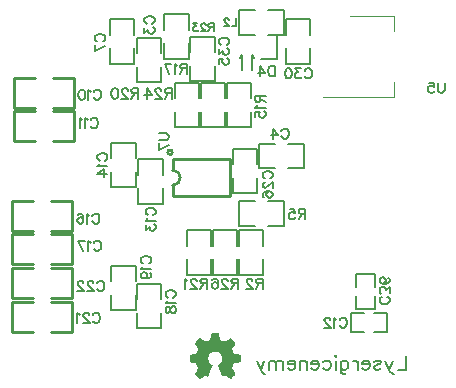
<source format=gbo>
G04 Layer: BottomSilkLayer*
G04 EasyEDA v5.9.41, Mon, 04 Feb 2019 09:10:30 GMT*
G04 f7da754788ad4d128d84d1fb51d08027*
G04 Gerber Generator version 0.2*
G04 Scale: 100 percent, Rotated: No, Reflected: No *
G04 Dimensions in millimeters *
G04 leading zeros omitted , absolute positions ,3 integer and 3 decimal *
%FSLAX33Y33*%
%MOMM*%
G90*
G71D02*

%ADD10C,0.200000*%
%ADD42C,0.127000*%
%ADD43C,0.199898*%
%ADD45C,0.254000*%
%ADD46C,0.119990*%
%ADD47C,0.150012*%
%ADD48C,0.210007*%

%LPD*%

%LPD*%
G36*
G01X19661Y4250D02*
G01X19670Y4209D01*
G01X19683Y4140D01*
G01X19700Y4052D01*
G01X19719Y3955D01*
G01X19764Y3718D01*
G01X19938Y3644D01*
G01X20009Y3615D01*
G01X20072Y3592D01*
G01X20122Y3576D01*
G01X20151Y3570D01*
G01X20184Y3582D01*
G01X20245Y3615D01*
G01X20324Y3663D01*
G01X20414Y3723D01*
G01X20502Y3782D01*
G01X20577Y3830D01*
G01X20632Y3863D01*
G01X20658Y3875D01*
G01X20683Y3858D01*
G01X20734Y3814D01*
G01X20801Y3751D01*
G01X20875Y3678D01*
G01X20948Y3604D01*
G01X21011Y3537D01*
G01X21055Y3486D01*
G01X21072Y3461D01*
G01X21060Y3435D01*
G01X21027Y3380D01*
G01X20979Y3304D01*
G01X20920Y3215D01*
G01X20860Y3125D01*
G01X20812Y3047D01*
G01X20779Y2991D01*
G01X20767Y2963D01*
G01X20775Y2936D01*
G01X20794Y2885D01*
G01X20822Y2819D01*
G01X20855Y2746D01*
G01X20888Y2675D01*
G01X20918Y2613D01*
G01X20941Y2570D01*
G01X20953Y2554D01*
G01X20976Y2551D01*
G01X21027Y2542D01*
G01X21097Y2530D01*
G01X21179Y2515D01*
G01X21263Y2500D01*
G01X21342Y2485D01*
G01X21406Y2473D01*
G01X21447Y2464D01*
G01X21479Y2451D01*
G01X21496Y2412D01*
G01X21503Y2320D01*
G01X21504Y2149D01*
G01X21502Y1989D01*
G01X21496Y1896D01*
G01X21483Y1850D01*
G01X21459Y1833D01*
G01X21424Y1825D01*
G01X21359Y1812D01*
G01X21276Y1796D01*
G01X21182Y1779D01*
G01X20948Y1737D01*
G01X20861Y1518D01*
G01X20773Y1299D01*
G01X20923Y1077D01*
G01X20981Y989D01*
G01X21028Y914D01*
G01X21060Y859D01*
G01X21072Y834D01*
G01X21055Y808D01*
G01X21011Y757D01*
G01X20947Y691D01*
G01X20874Y617D01*
G01X20799Y544D01*
G01X20732Y481D01*
G01X20681Y437D01*
G01X20655Y421D01*
G01X20630Y432D01*
G01X20577Y463D01*
G01X20505Y509D01*
G01X20420Y565D01*
G01X20208Y710D01*
G01X20091Y653D01*
G01X20045Y631D01*
G01X20006Y615D01*
G01X19979Y605D01*
G01X19968Y604D01*
G01X19963Y615D01*
G01X19950Y644D01*
G01X19931Y690D01*
G01X19905Y750D01*
G01X19875Y822D01*
G01X19841Y904D01*
G01X19803Y995D01*
G01X19763Y1091D01*
G01X19563Y1572D01*
G01X19624Y1612D01*
G01X19676Y1648D01*
G01X19723Y1685D01*
G01X19764Y1722D01*
G01X19800Y1761D01*
G01X19832Y1800D01*
G01X19859Y1842D01*
G01X19881Y1885D01*
G01X19899Y1930D01*
G01X19912Y1977D01*
G01X19921Y2028D01*
G01X19927Y2081D01*
G01X19928Y2137D01*
G01X19925Y2200D01*
G01X19917Y2260D01*
G01X19903Y2318D01*
G01X19884Y2373D01*
G01X19861Y2425D01*
G01X19833Y2474D01*
G01X19800Y2520D01*
G01X19764Y2561D01*
G01X19724Y2599D01*
G01X19680Y2632D01*
G01X19632Y2661D01*
G01X19582Y2686D01*
G01X19528Y2705D01*
G01X19472Y2719D01*
G01X19414Y2728D01*
G01X19353Y2731D01*
G01X19289Y2729D01*
G01X19228Y2721D01*
G01X19170Y2707D01*
G01X19115Y2688D01*
G01X19063Y2664D01*
G01X19014Y2636D01*
G01X18969Y2603D01*
G01X18927Y2565D01*
G01X18890Y2524D01*
G01X18857Y2479D01*
G01X18829Y2430D01*
G01X18805Y2377D01*
G01X18786Y2322D01*
G01X18772Y2263D01*
G01X18763Y2202D01*
G01X18761Y2138D01*
G01X18762Y2082D01*
G01X18768Y2028D01*
G01X18778Y1978D01*
G01X18791Y1930D01*
G01X18809Y1885D01*
G01X18831Y1842D01*
G01X18858Y1801D01*
G01X18889Y1761D01*
G01X18925Y1722D01*
G01X18967Y1685D01*
G01X19013Y1648D01*
G01X19065Y1612D01*
G01X19126Y1572D01*
G01X18927Y1092D01*
G01X18887Y995D01*
G01X18850Y904D01*
G01X18815Y822D01*
G01X18785Y750D01*
G01X18760Y690D01*
G01X18741Y644D01*
G01X18728Y615D01*
G01X18722Y604D01*
G01X18711Y605D01*
G01X18683Y615D01*
G01X18645Y631D01*
G01X18599Y653D01*
G01X18482Y710D01*
G01X18269Y565D01*
G01X18185Y509D01*
G01X18112Y463D01*
G01X18059Y432D01*
G01X18033Y421D01*
G01X18007Y437D01*
G01X17957Y481D01*
G01X17890Y544D01*
G01X17815Y617D01*
G01X17742Y692D01*
G01X17679Y758D01*
G01X17634Y809D01*
G01X17618Y835D01*
G01X17629Y860D01*
G01X17661Y914D01*
G01X17709Y989D01*
G01X17767Y1077D01*
G01X17916Y1299D01*
G01X17829Y1518D01*
G01X17741Y1737D01*
G01X17508Y1779D01*
G01X17414Y1796D01*
G01X17330Y1812D01*
G01X17266Y1825D01*
G01X17230Y1833D01*
G01X17207Y1850D01*
G01X17193Y1896D01*
G01X17187Y1989D01*
G01X17186Y2149D01*
G01X17187Y2320D01*
G01X17194Y2412D01*
G01X17211Y2451D01*
G01X17243Y2464D01*
G01X17284Y2473D01*
G01X17348Y2485D01*
G01X17426Y2500D01*
G01X17511Y2515D01*
G01X17592Y2530D01*
G01X17663Y2542D01*
G01X17714Y2551D01*
G01X17736Y2554D01*
G01X17748Y2570D01*
G01X17772Y2613D01*
G01X17802Y2675D01*
G01X17835Y2746D01*
G01X17867Y2819D01*
G01X17895Y2885D01*
G01X17915Y2936D01*
G01X17922Y2963D01*
G01X17910Y2991D01*
G01X17878Y3047D01*
G01X17829Y3125D01*
G01X17770Y3215D01*
G01X17711Y3304D01*
G01X17662Y3381D01*
G01X17630Y3436D01*
G01X17618Y3462D01*
G01X17634Y3487D01*
G01X17679Y3538D01*
G01X17742Y3604D01*
G01X17815Y3678D01*
G01X17890Y3751D01*
G01X17957Y3814D01*
G01X18007Y3858D01*
G01X18033Y3875D01*
G01X18058Y3863D01*
G01X18113Y3830D01*
G01X18188Y3782D01*
G01X18276Y3723D01*
G01X18366Y3663D01*
G01X18445Y3615D01*
G01X18505Y3582D01*
G01X18538Y3570D01*
G01X18567Y3576D01*
G01X18617Y3592D01*
G01X18681Y3615D01*
G01X18752Y3644D01*
G01X18926Y3718D01*
G01X18971Y3955D01*
G01X18989Y4052D01*
G01X19006Y4140D01*
G01X19020Y4209D01*
G01X19028Y4250D01*
G01X19042Y4282D01*
G01X19081Y4299D01*
G01X19173Y4306D01*
G01X19345Y4307D01*
G01X19517Y4306D01*
G01X19609Y4299D01*
G01X19648Y4282D01*
G01X19661Y4250D01*
G37*

%LPD*%
G54D43*
G01X24555Y29502D02*
G01X24546Y29540D01*
G01X24546Y27470D01*
G01X23228Y27470D01*
G01X12489Y28432D02*
G01X12489Y27111D01*
G01X10419Y27111D01*
G01X10419Y28432D01*
G01X12489Y29563D02*
G01X12489Y30883D01*
G01X10419Y30883D01*
G01X10419Y29563D01*
G01X14762Y26855D02*
G01X14762Y25534D01*
G01X12692Y25534D01*
G01X12692Y26855D01*
G01X14762Y27985D02*
G01X14762Y29306D01*
G01X12692Y29306D01*
G01X12692Y27985D01*
G54D45*
G01X3949Y12931D02*
G01X2171Y12931D01*
G01X2171Y15471D01*
G01X3949Y15471D01*
G01X5473Y15471D02*
G01X7251Y15471D01*
G01X7251Y12931D01*
G01X5473Y12931D01*
G01X4074Y23332D02*
G01X2296Y23332D01*
G01X2296Y25872D01*
G01X4074Y25872D01*
G01X5598Y25872D02*
G01X7376Y25872D01*
G01X7376Y23332D01*
G01X5598Y23332D01*
G01X4079Y20548D02*
G01X2301Y20548D01*
G01X2301Y23088D01*
G01X4079Y23088D01*
G01X5603Y23088D02*
G01X7381Y23088D01*
G01X7381Y20548D01*
G01X5603Y20548D01*
G01X3952Y10134D02*
G01X2174Y10134D01*
G01X2174Y12674D01*
G01X3952Y12674D01*
G01X5476Y12674D02*
G01X7254Y12674D01*
G01X7254Y10134D01*
G01X5476Y10134D01*
G01X3949Y7216D02*
G01X2171Y7216D01*
G01X2171Y9756D01*
G01X3949Y9756D01*
G01X5473Y9756D02*
G01X7251Y9756D01*
G01X7251Y7216D01*
G01X5473Y7216D01*
G01X3952Y4419D02*
G01X2174Y4419D01*
G01X2174Y6959D01*
G01X3952Y6959D01*
G01X5476Y6959D02*
G01X7254Y6959D01*
G01X7254Y4419D01*
G01X5476Y4419D01*
G54D43*
G01X12608Y17960D02*
G01X12608Y16642D01*
G01X10538Y16642D01*
G01X10538Y17960D01*
G01X12608Y19093D02*
G01X12608Y20413D01*
G01X10538Y20413D01*
G01X10538Y19093D01*
G01X14894Y16563D02*
G01X14894Y15245D01*
G01X12824Y15245D01*
G01X12824Y16563D01*
G01X14894Y17696D02*
G01X14894Y19016D01*
G01X12824Y19016D01*
G01X12824Y17696D01*
G01X12606Y7548D02*
G01X12606Y6230D01*
G01X10536Y6230D01*
G01X10536Y7548D01*
G01X12606Y8681D02*
G01X12606Y10002D01*
G01X10536Y10002D01*
G01X10536Y8681D01*
G01X14767Y6022D02*
G01X14767Y4704D01*
G01X12697Y4704D01*
G01X12697Y6022D01*
G01X14767Y7155D02*
G01X14767Y8475D01*
G01X12697Y8475D01*
G01X12697Y7155D01*
G54D45*
G01X15750Y19014D02*
G01X20576Y19014D01*
G01X20576Y15864D01*
G01X15750Y15864D01*
G01X15750Y15864D02*
G01X15750Y16804D01*
G01X15750Y18074D02*
G01X15750Y19014D01*
G54D43*
G01X20322Y24173D02*
G01X20322Y25491D01*
G01X22392Y25491D01*
G01X22392Y24173D01*
G01X20322Y23040D02*
G01X20322Y21719D01*
G01X22392Y21719D01*
G01X22392Y23040D01*
G01X17993Y23027D02*
G01X17993Y21709D01*
G01X15923Y21709D01*
G01X15923Y23027D01*
G01X17993Y24160D02*
G01X17993Y25481D01*
G01X15923Y25481D01*
G01X15923Y24160D01*
G01X20195Y23027D02*
G01X20195Y21709D01*
G01X18125Y21709D01*
G01X18125Y23027D01*
G01X20195Y24160D02*
G01X20195Y25481D01*
G01X18125Y25481D01*
G01X18125Y24160D01*
G01X18994Y10528D02*
G01X18994Y9210D01*
G01X16924Y9210D01*
G01X16924Y10528D01*
G01X18994Y11661D02*
G01X18994Y12981D01*
G01X16924Y12981D01*
G01X16924Y11661D01*
G01X21196Y10525D02*
G01X21196Y9207D01*
G01X19126Y9207D01*
G01X19126Y10525D01*
G01X21196Y11658D02*
G01X21196Y12979D01*
G01X19126Y12979D01*
G01X19126Y11658D01*
G01X21321Y11673D02*
G01X21321Y12992D01*
G01X23391Y12992D01*
G01X23391Y11673D01*
G01X21321Y10541D02*
G01X21321Y9220D01*
G01X23391Y9220D01*
G01X23391Y10541D01*
G01X22893Y17429D02*
G01X22893Y16111D01*
G01X20823Y16111D01*
G01X20823Y17429D01*
G01X22893Y18562D02*
G01X22893Y19883D01*
G01X20823Y19883D01*
G01X20823Y18562D01*
G01X15019Y29974D02*
G01X15019Y31292D01*
G01X17089Y31292D01*
G01X17089Y29974D01*
G01X15019Y28841D02*
G01X15019Y27520D01*
G01X17089Y27520D01*
G01X17089Y28841D01*
G01X17221Y28072D02*
G01X17221Y29390D01*
G01X19291Y29390D01*
G01X19291Y28072D01*
G01X17221Y26939D02*
G01X17221Y25618D01*
G01X19291Y25618D01*
G01X19291Y26939D01*
G54D42*
G01X21648Y26593D02*
G01X21648Y27609D01*
G01X21648Y27609D02*
G01X21648Y27813D01*
G01X22461Y27813D02*
G01X22461Y27609D01*
G01X22461Y27609D02*
G01X22461Y26593D01*
G01X22461Y27813D02*
G01X22664Y27609D01*
G01X21648Y27813D02*
G01X21445Y27609D01*
G01X21445Y27609D02*
G01X21648Y27609D01*
G01X22664Y27609D02*
G01X22461Y27609D01*
G54D46*
G01X30757Y31112D02*
G01X34516Y31112D01*
G01X34516Y29850D01*
G01X28506Y24290D02*
G01X34516Y24290D01*
G01X34516Y25552D01*
G54D43*
G01X27394Y28430D02*
G01X27394Y27109D01*
G01X25324Y27109D01*
G01X25324Y28430D01*
G01X27394Y29560D02*
G01X27394Y30881D01*
G01X25324Y30881D01*
G01X25324Y29560D01*
G01X25529Y20337D02*
G01X26848Y20337D01*
G01X26848Y18267D01*
G01X25529Y18267D01*
G01X24396Y20337D02*
G01X23076Y20337D01*
G01X23076Y18267D01*
G01X24396Y18267D01*
G01X23830Y15438D02*
G01X25148Y15438D01*
G01X25148Y13368D01*
G01X23830Y13368D01*
G01X22697Y15438D02*
G01X21376Y15438D01*
G01X21376Y13368D01*
G01X22697Y13368D01*
G01X23828Y31635D02*
G01X25146Y31635D01*
G01X25146Y29565D01*
G01X23828Y29565D01*
G01X22695Y31635D02*
G01X21374Y31635D01*
G01X21374Y29565D01*
G01X22695Y29565D01*
G54D10*
G01X31257Y7401D02*
G01X31257Y6299D01*
G01X32857Y6299D01*
G01X32857Y7401D01*
G01X31257Y8199D02*
G01X31257Y9301D01*
G01X32258Y9301D01*
G01X32857Y9301D01*
G01X32857Y8199D01*
G01X32756Y4401D02*
G01X33858Y4401D01*
G01X33858Y6002D01*
G01X32756Y6002D01*
G01X31958Y4401D02*
G01X30856Y4401D01*
G01X30856Y5402D01*
G01X30856Y6002D01*
G01X31958Y6002D01*
G54D48*
G01X35466Y2348D02*
G01X35466Y1203D01*
G01X35466Y1203D02*
G01X34811Y1203D01*
G01X34397Y1965D02*
G01X34069Y1203D01*
G01X33742Y1965D02*
G01X34069Y1203D01*
G01X34179Y984D01*
G01X34288Y875D01*
G01X34397Y819D01*
G01X34453Y819D01*
G01X32782Y1802D02*
G01X32838Y1912D01*
G01X33000Y1965D01*
G01X33165Y1965D01*
G01X33328Y1912D01*
G01X33384Y1802D01*
G01X33328Y1693D01*
G01X33219Y1640D01*
G01X32947Y1584D01*
G01X32838Y1531D01*
G01X32782Y1421D01*
G01X32782Y1365D01*
G01X32838Y1256D01*
G01X33000Y1203D01*
G01X33165Y1203D01*
G01X33328Y1256D01*
G01X33384Y1365D01*
G01X32424Y1640D02*
G01X31768Y1640D01*
G01X31768Y1746D01*
G01X31824Y1856D01*
G01X31877Y1912D01*
G01X31987Y1965D01*
G01X32149Y1965D01*
G01X32258Y1912D01*
G01X32368Y1802D01*
G01X32424Y1640D01*
G01X32424Y1531D01*
G01X32368Y1365D01*
G01X32258Y1256D01*
G01X32149Y1203D01*
G01X31987Y1203D01*
G01X31877Y1256D01*
G01X31768Y1365D01*
G01X31408Y1965D02*
G01X31408Y1203D01*
G01X31408Y1640D02*
G01X31354Y1802D01*
G01X31245Y1912D01*
G01X31136Y1965D01*
G01X30971Y1965D01*
G01X29957Y1965D02*
G01X29957Y1094D01*
G01X30013Y929D01*
G01X30066Y875D01*
G01X30176Y819D01*
G01X30338Y819D01*
G01X30447Y875D01*
G01X29957Y1802D02*
G01X30066Y1912D01*
G01X30176Y1965D01*
G01X30338Y1965D01*
G01X30447Y1912D01*
G01X30557Y1802D01*
G01X30613Y1640D01*
G01X30613Y1531D01*
G01X30557Y1365D01*
G01X30447Y1256D01*
G01X30338Y1203D01*
G01X30176Y1203D01*
G01X30066Y1256D01*
G01X29957Y1365D01*
G01X29597Y2348D02*
G01X29543Y2293D01*
G01X29487Y2348D01*
G01X29543Y2402D01*
G01X29597Y2348D01*
G01X29543Y1965D02*
G01X29543Y1203D01*
G01X28474Y1802D02*
G01X28583Y1912D01*
G01X28692Y1965D01*
G01X28855Y1965D01*
G01X28964Y1912D01*
G01X29073Y1802D01*
G01X29129Y1640D01*
G01X29129Y1531D01*
G01X29073Y1365D01*
G01X28964Y1256D01*
G01X28855Y1203D01*
G01X28692Y1203D01*
G01X28583Y1256D01*
G01X28474Y1365D01*
G01X28113Y1640D02*
G01X27460Y1640D01*
G01X27460Y1746D01*
G01X27514Y1856D01*
G01X27567Y1912D01*
G01X27676Y1965D01*
G01X27841Y1965D01*
G01X27951Y1912D01*
G01X28060Y1802D01*
G01X28113Y1640D01*
G01X28113Y1531D01*
G01X28060Y1365D01*
G01X27951Y1256D01*
G01X27841Y1203D01*
G01X27676Y1203D01*
G01X27567Y1256D01*
G01X27460Y1365D01*
G01X27100Y1965D02*
G01X27100Y1203D01*
G01X27100Y1746D02*
G01X26935Y1912D01*
G01X26825Y1965D01*
G01X26663Y1965D01*
G01X26554Y1912D01*
G01X26500Y1746D01*
G01X26500Y1203D01*
G01X26140Y1640D02*
G01X25484Y1640D01*
G01X25484Y1746D01*
G01X25540Y1856D01*
G01X25594Y1912D01*
G01X25703Y1965D01*
G01X25865Y1965D01*
G01X25975Y1912D01*
G01X26084Y1802D01*
G01X26140Y1640D01*
G01X26140Y1531D01*
G01X26084Y1365D01*
G01X25975Y1256D01*
G01X25865Y1203D01*
G01X25703Y1203D01*
G01X25594Y1256D01*
G01X25484Y1365D01*
G01X25124Y1965D02*
G01X25124Y1203D01*
G01X25124Y1746D02*
G01X24961Y1912D01*
G01X24852Y1965D01*
G01X24689Y1965D01*
G01X24580Y1912D01*
G01X24524Y1746D01*
G01X24524Y1203D01*
G01X24524Y1746D02*
G01X24362Y1912D01*
G01X24252Y1965D01*
G01X24087Y1965D01*
G01X23978Y1912D01*
G01X23925Y1746D01*
G01X23925Y1203D01*
G01X23511Y1965D02*
G01X23183Y1203D01*
G01X22855Y1965D02*
G01X23183Y1203D01*
G01X23292Y984D01*
G01X23401Y875D01*
G01X23511Y819D01*
G01X23564Y819D01*
G54D47*
G01X19860Y28688D02*
G01X19778Y28729D01*
G01X19696Y28811D01*
G01X19655Y28893D01*
G01X19655Y29056D01*
G01X19696Y29138D01*
G01X19778Y29220D01*
G01X19860Y29261D01*
G01X19983Y29302D01*
G01X20187Y29302D01*
G01X20310Y29261D01*
G01X20392Y29220D01*
G01X20474Y29138D01*
G01X20514Y29056D01*
G01X20514Y28893D01*
G01X20474Y28811D01*
G01X20392Y28729D01*
G01X20310Y28688D01*
G01X19655Y28336D02*
G01X19655Y27886D01*
G01X19983Y28132D01*
G01X19983Y28009D01*
G01X20024Y27927D01*
G01X20064Y27886D01*
G01X20187Y27845D01*
G01X20269Y27845D01*
G01X20392Y27886D01*
G01X20474Y27968D01*
G01X20514Y28091D01*
G01X20514Y28214D01*
G01X20474Y28336D01*
G01X20433Y28377D01*
G01X20351Y28418D01*
G01X19655Y27084D02*
G01X19655Y27494D01*
G01X20024Y27534D01*
G01X19983Y27494D01*
G01X19942Y27371D01*
G01X19942Y27248D01*
G01X19983Y27125D01*
G01X20064Y27044D01*
G01X20187Y27003D01*
G01X20269Y27003D01*
G01X20392Y27044D01*
G01X20474Y27125D01*
G01X20514Y27248D01*
G01X20514Y27371D01*
G01X20474Y27494D01*
G01X20433Y27534D01*
G01X20351Y27575D01*
G01X9360Y28988D02*
G01X9278Y29029D01*
G01X9196Y29111D01*
G01X9155Y29193D01*
G01X9155Y29356D01*
G01X9196Y29438D01*
G01X9278Y29520D01*
G01X9360Y29561D01*
G01X9483Y29602D01*
G01X9687Y29602D01*
G01X9810Y29561D01*
G01X9892Y29520D01*
G01X9974Y29438D01*
G01X10014Y29356D01*
G01X10014Y29193D01*
G01X9974Y29111D01*
G01X9892Y29029D01*
G01X9810Y28988D01*
G01X9155Y28145D02*
G01X10014Y28554D01*
G01X9155Y28718D02*
G01X9155Y28145D01*
G01X13560Y30488D02*
G01X13478Y30529D01*
G01X13396Y30611D01*
G01X13355Y30693D01*
G01X13355Y30856D01*
G01X13396Y30938D01*
G01X13478Y31020D01*
G01X13560Y31061D01*
G01X13683Y31102D01*
G01X13887Y31102D01*
G01X14010Y31061D01*
G01X14092Y31020D01*
G01X14174Y30938D01*
G01X14214Y30856D01*
G01X14214Y30693D01*
G01X14174Y30611D01*
G01X14092Y30529D01*
G01X14010Y30488D01*
G01X13355Y30136D02*
G01X13355Y29686D01*
G01X13683Y29932D01*
G01X13683Y29809D01*
G01X13724Y29727D01*
G01X13765Y29686D01*
G01X13887Y29645D01*
G01X13969Y29645D01*
G01X14092Y29686D01*
G01X14174Y29768D01*
G01X14214Y29891D01*
G01X14214Y30014D01*
G01X14174Y30136D01*
G01X14133Y30177D01*
G01X14051Y30218D01*
G01X8932Y14197D02*
G01X8973Y14279D01*
G01X9055Y14361D01*
G01X9136Y14402D01*
G01X9300Y14402D01*
G01X9382Y14361D01*
G01X9464Y14279D01*
G01X9505Y14197D01*
G01X9545Y14075D01*
G01X9545Y13870D01*
G01X9505Y13747D01*
G01X9464Y13665D01*
G01X9382Y13584D01*
G01X9300Y13543D01*
G01X9136Y13543D01*
G01X9055Y13584D01*
G01X8973Y13665D01*
G01X8932Y13747D01*
G01X8662Y14238D02*
G01X8580Y14279D01*
G01X8457Y14402D01*
G01X8457Y13543D01*
G01X7696Y14279D02*
G01X7737Y14361D01*
G01X7860Y14402D01*
G01X7942Y14402D01*
G01X8065Y14361D01*
G01X8146Y14238D01*
G01X8187Y14034D01*
G01X8187Y13829D01*
G01X8146Y13665D01*
G01X8065Y13584D01*
G01X7942Y13543D01*
G01X7901Y13543D01*
G01X7778Y13584D01*
G01X7696Y13665D01*
G01X7655Y13788D01*
G01X7655Y13829D01*
G01X7696Y13952D01*
G01X7778Y14034D01*
G01X7901Y14075D01*
G01X7942Y14075D01*
G01X8065Y14034D01*
G01X8146Y13952D01*
G01X8187Y13829D01*
G01X9073Y24697D02*
G01X9114Y24779D01*
G01X9195Y24861D01*
G01X9277Y24902D01*
G01X9441Y24902D01*
G01X9523Y24861D01*
G01X9605Y24779D01*
G01X9645Y24697D01*
G01X9686Y24574D01*
G01X9686Y24370D01*
G01X9645Y24247D01*
G01X9605Y24165D01*
G01X9523Y24084D01*
G01X9441Y24043D01*
G01X9277Y24043D01*
G01X9195Y24084D01*
G01X9114Y24165D01*
G01X9073Y24247D01*
G01X8803Y24738D02*
G01X8721Y24779D01*
G01X8598Y24902D01*
G01X8598Y24043D01*
G01X8083Y24902D02*
G01X8205Y24861D01*
G01X8287Y24738D01*
G01X8328Y24534D01*
G01X8328Y24411D01*
G01X8287Y24206D01*
G01X8205Y24084D01*
G01X8083Y24043D01*
G01X8001Y24043D01*
G01X7878Y24084D01*
G01X7796Y24206D01*
G01X7755Y24411D01*
G01X7755Y24534D01*
G01X7796Y24738D01*
G01X7878Y24861D01*
G01X8001Y24902D01*
G01X8083Y24902D01*
G01X8805Y22297D02*
G01X8845Y22379D01*
G01X8927Y22461D01*
G01X9009Y22502D01*
G01X9173Y22502D01*
G01X9255Y22461D01*
G01X9336Y22379D01*
G01X9377Y22297D01*
G01X9418Y22174D01*
G01X9418Y21970D01*
G01X9377Y21847D01*
G01X9336Y21765D01*
G01X9255Y21684D01*
G01X9173Y21643D01*
G01X9009Y21643D01*
G01X8927Y21684D01*
G01X8845Y21765D01*
G01X8805Y21847D01*
G01X8535Y22338D02*
G01X8453Y22379D01*
G01X8330Y22502D01*
G01X8330Y21643D01*
G01X8060Y22338D02*
G01X7978Y22379D01*
G01X7855Y22502D01*
G01X7855Y21643D01*
G01X9073Y11897D02*
G01X9114Y11979D01*
G01X9195Y12061D01*
G01X9277Y12102D01*
G01X9441Y12102D01*
G01X9523Y12061D01*
G01X9605Y11979D01*
G01X9645Y11897D01*
G01X9686Y11775D01*
G01X9686Y11570D01*
G01X9645Y11447D01*
G01X9605Y11365D01*
G01X9523Y11284D01*
G01X9441Y11243D01*
G01X9277Y11243D01*
G01X9195Y11284D01*
G01X9114Y11365D01*
G01X9073Y11447D01*
G01X8803Y11938D02*
G01X8721Y11979D01*
G01X8598Y12102D01*
G01X8598Y11243D01*
G01X7755Y12102D02*
G01X8165Y11243D01*
G01X8328Y12102D02*
G01X7755Y12102D01*
G01X9341Y8497D02*
G01X9382Y8579D01*
G01X9464Y8661D01*
G01X9545Y8702D01*
G01X9709Y8702D01*
G01X9791Y8661D01*
G01X9873Y8579D01*
G01X9914Y8497D01*
G01X9955Y8374D01*
G01X9955Y8170D01*
G01X9914Y8047D01*
G01X9873Y7965D01*
G01X9791Y7884D01*
G01X9709Y7843D01*
G01X9545Y7843D01*
G01X9464Y7884D01*
G01X9382Y7965D01*
G01X9341Y8047D01*
G01X9030Y8497D02*
G01X9030Y8538D01*
G01X8989Y8620D01*
G01X8948Y8661D01*
G01X8866Y8702D01*
G01X8703Y8702D01*
G01X8621Y8661D01*
G01X8580Y8620D01*
G01X8539Y8538D01*
G01X8539Y8456D01*
G01X8580Y8374D01*
G01X8662Y8252D01*
G01X9071Y7843D01*
G01X8498Y7843D01*
G01X8187Y8497D02*
G01X8187Y8538D01*
G01X8146Y8620D01*
G01X8105Y8661D01*
G01X8024Y8702D01*
G01X7860Y8702D01*
G01X7778Y8661D01*
G01X7737Y8620D01*
G01X7696Y8538D01*
G01X7696Y8456D01*
G01X7737Y8374D01*
G01X7819Y8252D01*
G01X8228Y7843D01*
G01X7655Y7843D01*
G01X8973Y5797D02*
G01X9014Y5879D01*
G01X9095Y5961D01*
G01X9177Y6002D01*
G01X9341Y6002D01*
G01X9423Y5961D01*
G01X9505Y5879D01*
G01X9545Y5797D01*
G01X9586Y5675D01*
G01X9586Y5470D01*
G01X9545Y5347D01*
G01X9505Y5265D01*
G01X9423Y5184D01*
G01X9341Y5143D01*
G01X9177Y5143D01*
G01X9095Y5184D01*
G01X9014Y5265D01*
G01X8973Y5347D01*
G01X8662Y5797D02*
G01X8662Y5838D01*
G01X8621Y5920D01*
G01X8580Y5961D01*
G01X8498Y6002D01*
G01X8335Y6002D01*
G01X8253Y5961D01*
G01X8212Y5920D01*
G01X8171Y5838D01*
G01X8171Y5756D01*
G01X8212Y5675D01*
G01X8294Y5552D01*
G01X8703Y5143D01*
G01X8130Y5143D01*
G01X7860Y5838D02*
G01X7778Y5879D01*
G01X7655Y6002D01*
G01X7655Y5143D01*
G01X9560Y18888D02*
G01X9478Y18929D01*
G01X9396Y19011D01*
G01X9355Y19093D01*
G01X9355Y19256D01*
G01X9396Y19338D01*
G01X9478Y19420D01*
G01X9560Y19461D01*
G01X9683Y19502D01*
G01X9887Y19502D01*
G01X10010Y19461D01*
G01X10092Y19420D01*
G01X10174Y19338D01*
G01X10215Y19256D01*
G01X10215Y19093D01*
G01X10174Y19011D01*
G01X10092Y18929D01*
G01X10010Y18888D01*
G01X9519Y18618D02*
G01X9478Y18536D01*
G01X9355Y18414D01*
G01X10215Y18414D01*
G01X9355Y17734D02*
G01X9928Y18144D01*
G01X9928Y17530D01*
G01X9355Y17734D02*
G01X10215Y17734D01*
G01X13660Y14288D02*
G01X13578Y14329D01*
G01X13496Y14411D01*
G01X13455Y14493D01*
G01X13455Y14656D01*
G01X13496Y14738D01*
G01X13578Y14820D01*
G01X13660Y14861D01*
G01X13783Y14902D01*
G01X13987Y14902D01*
G01X14110Y14861D01*
G01X14192Y14820D01*
G01X14274Y14738D01*
G01X14314Y14656D01*
G01X14314Y14493D01*
G01X14274Y14411D01*
G01X14192Y14329D01*
G01X14110Y14288D01*
G01X13619Y14018D02*
G01X13578Y13936D01*
G01X13455Y13814D01*
G01X14314Y13814D01*
G01X13455Y13462D02*
G01X13455Y13012D01*
G01X13783Y13257D01*
G01X13783Y13135D01*
G01X13824Y13053D01*
G01X13864Y13012D01*
G01X13987Y12971D01*
G01X14069Y12971D01*
G01X14192Y13012D01*
G01X14274Y13094D01*
G01X14314Y13216D01*
G01X14314Y13339D01*
G01X14274Y13462D01*
G01X14233Y13503D01*
G01X14151Y13544D01*
G01X13260Y10188D02*
G01X13178Y10229D01*
G01X13096Y10311D01*
G01X13055Y10393D01*
G01X13055Y10556D01*
G01X13096Y10638D01*
G01X13178Y10720D01*
G01X13260Y10761D01*
G01X13383Y10802D01*
G01X13587Y10802D01*
G01X13710Y10761D01*
G01X13792Y10720D01*
G01X13874Y10638D01*
G01X13915Y10556D01*
G01X13915Y10393D01*
G01X13874Y10311D01*
G01X13792Y10229D01*
G01X13710Y10188D01*
G01X13219Y9918D02*
G01X13178Y9836D01*
G01X13055Y9714D01*
G01X13915Y9714D01*
G01X13342Y8912D02*
G01X13465Y8953D01*
G01X13546Y9034D01*
G01X13587Y9157D01*
G01X13587Y9198D01*
G01X13546Y9321D01*
G01X13465Y9403D01*
G01X13342Y9444D01*
G01X13301Y9444D01*
G01X13178Y9403D01*
G01X13096Y9321D01*
G01X13055Y9198D01*
G01X13055Y9157D01*
G01X13096Y9034D01*
G01X13178Y8953D01*
G01X13342Y8912D01*
G01X13546Y8912D01*
G01X13751Y8953D01*
G01X13874Y9034D01*
G01X13915Y9157D01*
G01X13915Y9239D01*
G01X13874Y9362D01*
G01X13792Y9403D01*
G01X15360Y7288D02*
G01X15278Y7329D01*
G01X15196Y7411D01*
G01X15155Y7493D01*
G01X15155Y7656D01*
G01X15196Y7738D01*
G01X15278Y7820D01*
G01X15360Y7861D01*
G01X15483Y7902D01*
G01X15687Y7902D01*
G01X15810Y7861D01*
G01X15892Y7820D01*
G01X15974Y7738D01*
G01X16014Y7656D01*
G01X16014Y7493D01*
G01X15974Y7411D01*
G01X15892Y7329D01*
G01X15810Y7288D01*
G01X15319Y7018D02*
G01X15278Y6936D01*
G01X15155Y6814D01*
G01X16014Y6814D01*
G01X15155Y6339D02*
G01X15196Y6462D01*
G01X15278Y6503D01*
G01X15360Y6503D01*
G01X15442Y6462D01*
G01X15483Y6380D01*
G01X15524Y6216D01*
G01X15564Y6094D01*
G01X15646Y6012D01*
G01X15728Y5971D01*
G01X15851Y5971D01*
G01X15933Y6012D01*
G01X15974Y6053D01*
G01X16014Y6175D01*
G01X16014Y6339D01*
G01X15974Y6462D01*
G01X15933Y6503D01*
G01X15851Y6544D01*
G01X15728Y6544D01*
G01X15646Y6503D01*
G01X15564Y6421D01*
G01X15524Y6298D01*
G01X15483Y6135D01*
G01X15442Y6053D01*
G01X15360Y6012D01*
G01X15278Y6012D01*
G01X15196Y6053D01*
G01X15155Y6175D01*
G01X15155Y6339D01*
G01X14555Y21202D02*
G01X15169Y21202D01*
G01X15292Y21161D01*
G01X15374Y21079D01*
G01X15415Y20956D01*
G01X15415Y20874D01*
G01X15374Y20752D01*
G01X15292Y20670D01*
G01X15169Y20629D01*
G01X14555Y20629D01*
G01X14555Y19786D02*
G01X15415Y20195D01*
G01X14555Y20359D02*
G01X14555Y19786D01*
G01X22755Y24402D02*
G01X23615Y24402D01*
G01X22755Y24402D02*
G01X22755Y24034D01*
G01X22796Y23911D01*
G01X22837Y23870D01*
G01X22919Y23829D01*
G01X23001Y23829D01*
G01X23083Y23870D01*
G01X23124Y23911D01*
G01X23165Y24034D01*
G01X23165Y24402D01*
G01X23165Y24115D02*
G01X23615Y23829D01*
G01X22919Y23559D02*
G01X22878Y23477D01*
G01X22755Y23354D01*
G01X23615Y23354D01*
G01X22755Y22594D02*
G01X22755Y23003D01*
G01X23124Y23044D01*
G01X23083Y23003D01*
G01X23042Y22880D01*
G01X23042Y22757D01*
G01X23083Y22634D01*
G01X23165Y22553D01*
G01X23287Y22512D01*
G01X23369Y22512D01*
G01X23492Y22553D01*
G01X23574Y22634D01*
G01X23615Y22757D01*
G01X23615Y22880D01*
G01X23574Y23003D01*
G01X23533Y23044D01*
G01X23451Y23084D01*
G01X12814Y25002D02*
G01X12814Y24143D01*
G01X12814Y25002D02*
G01X12445Y25002D01*
G01X12323Y24961D01*
G01X12282Y24920D01*
G01X12241Y24838D01*
G01X12241Y24756D01*
G01X12282Y24674D01*
G01X12323Y24634D01*
G01X12445Y24593D01*
G01X12814Y24593D01*
G01X12527Y24593D02*
G01X12241Y24143D01*
G01X11930Y24797D02*
G01X11930Y24838D01*
G01X11889Y24920D01*
G01X11848Y24961D01*
G01X11766Y25002D01*
G01X11603Y25002D01*
G01X11521Y24961D01*
G01X11480Y24920D01*
G01X11439Y24838D01*
G01X11439Y24756D01*
G01X11480Y24674D01*
G01X11562Y24552D01*
G01X11971Y24143D01*
G01X11398Y24143D01*
G01X10883Y25002D02*
G01X11005Y24961D01*
G01X11087Y24838D01*
G01X11128Y24634D01*
G01X11128Y24511D01*
G01X11087Y24306D01*
G01X11005Y24184D01*
G01X10883Y24143D01*
G01X10801Y24143D01*
G01X10678Y24184D01*
G01X10596Y24306D01*
G01X10555Y24511D01*
G01X10555Y24634D01*
G01X10596Y24838D01*
G01X10678Y24961D01*
G01X10801Y25002D01*
G01X10883Y25002D01*
G01X15654Y25002D02*
G01X15654Y24143D01*
G01X15654Y25002D02*
G01X15286Y25002D01*
G01X15164Y24961D01*
G01X15123Y24920D01*
G01X15082Y24838D01*
G01X15082Y24756D01*
G01X15123Y24674D01*
G01X15164Y24634D01*
G01X15286Y24593D01*
G01X15654Y24593D01*
G01X15368Y24593D02*
G01X15082Y24143D01*
G01X14771Y24797D02*
G01X14771Y24838D01*
G01X14730Y24920D01*
G01X14689Y24961D01*
G01X14607Y25002D01*
G01X14444Y25002D01*
G01X14362Y24961D01*
G01X14321Y24920D01*
G01X14280Y24838D01*
G01X14280Y24756D01*
G01X14321Y24674D01*
G01X14403Y24552D01*
G01X14812Y24143D01*
G01X14239Y24143D01*
G01X13560Y25002D02*
G01X13969Y24429D01*
G01X13355Y24429D01*
G01X13560Y25002D02*
G01X13560Y24143D01*
G01X18645Y8902D02*
G01X18645Y8043D01*
G01X18645Y8902D02*
G01X18277Y8902D01*
G01X18154Y8861D01*
G01X18114Y8820D01*
G01X18073Y8738D01*
G01X18073Y8656D01*
G01X18114Y8574D01*
G01X18154Y8534D01*
G01X18277Y8493D01*
G01X18645Y8493D01*
G01X18359Y8493D02*
G01X18073Y8043D01*
G01X17762Y8697D02*
G01X17762Y8738D01*
G01X17721Y8820D01*
G01X17680Y8861D01*
G01X17598Y8902D01*
G01X17434Y8902D01*
G01X17353Y8861D01*
G01X17312Y8820D01*
G01X17271Y8738D01*
G01X17271Y8656D01*
G01X17312Y8574D01*
G01X17394Y8452D01*
G01X17803Y8043D01*
G01X17230Y8043D01*
G01X16960Y8738D02*
G01X16878Y8779D01*
G01X16755Y8902D01*
G01X16755Y8043D01*
G01X21273Y8902D02*
G01X21273Y8043D01*
G01X21273Y8902D02*
G01X20904Y8902D01*
G01X20782Y8861D01*
G01X20741Y8820D01*
G01X20700Y8738D01*
G01X20700Y8656D01*
G01X20741Y8574D01*
G01X20782Y8534D01*
G01X20904Y8493D01*
G01X21273Y8493D01*
G01X20986Y8493D02*
G01X20700Y8043D01*
G01X20389Y8697D02*
G01X20389Y8738D01*
G01X20348Y8820D01*
G01X20307Y8861D01*
G01X20225Y8902D01*
G01X20062Y8902D01*
G01X19980Y8861D01*
G01X19939Y8820D01*
G01X19898Y8738D01*
G01X19898Y8656D01*
G01X19939Y8574D01*
G01X20021Y8452D01*
G01X20430Y8043D01*
G01X19857Y8043D01*
G01X19096Y8779D02*
G01X19137Y8861D01*
G01X19260Y8902D01*
G01X19342Y8902D01*
G01X19464Y8861D01*
G01X19546Y8738D01*
G01X19587Y8534D01*
G01X19587Y8329D01*
G01X19546Y8165D01*
G01X19464Y8084D01*
G01X19342Y8043D01*
G01X19301Y8043D01*
G01X19178Y8084D01*
G01X19096Y8165D01*
G01X19055Y8288D01*
G01X19055Y8329D01*
G01X19096Y8452D01*
G01X19178Y8534D01*
G01X19301Y8574D01*
G01X19342Y8574D01*
G01X19464Y8534D01*
G01X19546Y8452D01*
G01X19587Y8329D01*
G01X23371Y8902D02*
G01X23371Y8043D01*
G01X23371Y8902D02*
G01X23003Y8902D01*
G01X22880Y8861D01*
G01X22839Y8820D01*
G01X22798Y8738D01*
G01X22798Y8656D01*
G01X22839Y8575D01*
G01X22880Y8534D01*
G01X23003Y8493D01*
G01X23371Y8493D01*
G01X23085Y8493D02*
G01X22798Y8043D01*
G01X22487Y8697D02*
G01X22487Y8738D01*
G01X22446Y8820D01*
G01X22405Y8861D01*
G01X22324Y8902D01*
G01X22160Y8902D01*
G01X22078Y8861D01*
G01X22037Y8820D01*
G01X21996Y8738D01*
G01X21996Y8656D01*
G01X22037Y8575D01*
G01X22119Y8452D01*
G01X22528Y8043D01*
G01X21955Y8043D01*
G01X23560Y17388D02*
G01X23478Y17429D01*
G01X23396Y17511D01*
G01X23355Y17593D01*
G01X23355Y17756D01*
G01X23396Y17838D01*
G01X23478Y17920D01*
G01X23560Y17961D01*
G01X23683Y18002D01*
G01X23887Y18002D01*
G01X24010Y17961D01*
G01X24092Y17920D01*
G01X24174Y17838D01*
G01X24214Y17756D01*
G01X24214Y17593D01*
G01X24174Y17511D01*
G01X24092Y17429D01*
G01X24010Y17388D01*
G01X23560Y17077D02*
G01X23519Y17077D01*
G01X23437Y17036D01*
G01X23396Y16995D01*
G01X23355Y16914D01*
G01X23355Y16750D01*
G01X23396Y16668D01*
G01X23437Y16627D01*
G01X23519Y16586D01*
G01X23601Y16586D01*
G01X23683Y16627D01*
G01X23805Y16709D01*
G01X24214Y17118D01*
G01X24214Y16545D01*
G01X23478Y15785D02*
G01X23396Y15825D01*
G01X23355Y15948D01*
G01X23355Y16030D01*
G01X23396Y16153D01*
G01X23519Y16235D01*
G01X23724Y16275D01*
G01X23928Y16275D01*
G01X24092Y16235D01*
G01X24174Y16153D01*
G01X24214Y16030D01*
G01X24214Y15989D01*
G01X24174Y15866D01*
G01X24092Y15785D01*
G01X23969Y15744D01*
G01X23928Y15744D01*
G01X23805Y15785D01*
G01X23724Y15866D01*
G01X23683Y15989D01*
G01X23683Y16030D01*
G01X23724Y16153D01*
G01X23805Y16235D01*
G01X23928Y16275D01*
G01X16945Y27102D02*
G01X16945Y26243D01*
G01X16945Y27102D02*
G01X16577Y27102D01*
G01X16455Y27061D01*
G01X16414Y27020D01*
G01X16373Y26938D01*
G01X16373Y26856D01*
G01X16414Y26774D01*
G01X16455Y26734D01*
G01X16577Y26693D01*
G01X16945Y26693D01*
G01X16659Y26693D02*
G01X16373Y26243D01*
G01X16103Y26938D02*
G01X16021Y26979D01*
G01X15898Y27102D01*
G01X15898Y26243D01*
G01X15055Y27102D02*
G01X15465Y26243D01*
G01X15628Y27102D02*
G01X15055Y27102D01*
G01X19212Y30502D02*
G01X19212Y29834D01*
G01X19212Y30502D02*
G01X18925Y30502D01*
G01X18830Y30470D01*
G01X18798Y30438D01*
G01X18766Y30374D01*
G01X18766Y30311D01*
G01X18798Y30247D01*
G01X18830Y30215D01*
G01X18925Y30184D01*
G01X19212Y30184D01*
G01X18989Y30184D02*
G01X18766Y29834D01*
G01X18525Y30343D02*
G01X18525Y30374D01*
G01X18493Y30438D01*
G01X18461Y30470D01*
G01X18397Y30502D01*
G01X18270Y30502D01*
G01X18206Y30470D01*
G01X18175Y30438D01*
G01X18143Y30374D01*
G01X18143Y30311D01*
G01X18175Y30247D01*
G01X18238Y30152D01*
G01X18556Y29834D01*
G01X18111Y29834D01*
G01X17837Y30502D02*
G01X17487Y30502D01*
G01X17678Y30247D01*
G01X17583Y30247D01*
G01X17519Y30215D01*
G01X17487Y30184D01*
G01X17455Y30088D01*
G01X17455Y30024D01*
G01X17487Y29929D01*
G01X17551Y29865D01*
G01X17646Y29834D01*
G01X17742Y29834D01*
G01X17837Y29865D01*
G01X17869Y29897D01*
G01X17901Y29961D01*
G01X24412Y26902D02*
G01X24412Y26043D01*
G01X24412Y26902D02*
G01X24125Y26902D01*
G01X24003Y26861D01*
G01X23921Y26779D01*
G01X23880Y26697D01*
G01X23839Y26574D01*
G01X23839Y26370D01*
G01X23880Y26247D01*
G01X23921Y26165D01*
G01X24003Y26084D01*
G01X24125Y26043D01*
G01X24412Y26043D01*
G01X23160Y26902D02*
G01X23569Y26329D01*
G01X22955Y26329D01*
G01X23160Y26902D02*
G01X23160Y26043D01*
G01X38771Y25502D02*
G01X38771Y24888D01*
G01X38730Y24765D01*
G01X38648Y24684D01*
G01X38525Y24643D01*
G01X38444Y24643D01*
G01X38321Y24684D01*
G01X38239Y24765D01*
G01X38198Y24888D01*
G01X38198Y25502D01*
G01X37437Y25502D02*
G01X37846Y25502D01*
G01X37887Y25134D01*
G01X37846Y25174D01*
G01X37724Y25215D01*
G01X37601Y25215D01*
G01X37478Y25174D01*
G01X37396Y25093D01*
G01X37355Y24970D01*
G01X37355Y24888D01*
G01X37396Y24765D01*
G01X37478Y24684D01*
G01X37601Y24643D01*
G01X37724Y24643D01*
G01X37846Y24684D01*
G01X37887Y24724D01*
G01X37928Y24806D01*
G01X26941Y26497D02*
G01X26982Y26579D01*
G01X27064Y26661D01*
G01X27145Y26702D01*
G01X27309Y26702D01*
G01X27391Y26661D01*
G01X27473Y26579D01*
G01X27514Y26497D01*
G01X27554Y26374D01*
G01X27554Y26170D01*
G01X27514Y26047D01*
G01X27473Y25965D01*
G01X27391Y25884D01*
G01X27309Y25843D01*
G01X27145Y25843D01*
G01X27064Y25884D01*
G01X26982Y25965D01*
G01X26941Y26047D01*
G01X26589Y26702D02*
G01X26139Y26702D01*
G01X26384Y26374D01*
G01X26262Y26374D01*
G01X26180Y26334D01*
G01X26139Y26293D01*
G01X26098Y26170D01*
G01X26098Y26088D01*
G01X26139Y25965D01*
G01X26221Y25884D01*
G01X26344Y25843D01*
G01X26466Y25843D01*
G01X26589Y25884D01*
G01X26630Y25924D01*
G01X26671Y26006D01*
G01X25583Y26702D02*
G01X25705Y26661D01*
G01X25787Y26538D01*
G01X25828Y26334D01*
G01X25828Y26211D01*
G01X25787Y26006D01*
G01X25705Y25884D01*
G01X25583Y25843D01*
G01X25501Y25843D01*
G01X25378Y25884D01*
G01X25296Y26006D01*
G01X25255Y26211D01*
G01X25255Y26334D01*
G01X25296Y26538D01*
G01X25378Y26661D01*
G01X25501Y26702D01*
G01X25583Y26702D01*
G01X24939Y21397D02*
G01X24980Y21479D01*
G01X25062Y21561D01*
G01X25144Y21602D01*
G01X25307Y21602D01*
G01X25389Y21561D01*
G01X25471Y21479D01*
G01X25512Y21397D01*
G01X25553Y21274D01*
G01X25553Y21070D01*
G01X25512Y20947D01*
G01X25471Y20865D01*
G01X25389Y20784D01*
G01X25307Y20743D01*
G01X25144Y20743D01*
G01X25062Y20784D01*
G01X24980Y20865D01*
G01X24939Y20947D01*
G01X24260Y21602D02*
G01X24669Y21029D01*
G01X24055Y21029D01*
G01X24260Y21602D02*
G01X24260Y20743D01*
G01X26971Y14802D02*
G01X26971Y13943D01*
G01X26971Y14802D02*
G01X26603Y14802D01*
G01X26480Y14761D01*
G01X26439Y14720D01*
G01X26398Y14638D01*
G01X26398Y14556D01*
G01X26439Y14474D01*
G01X26480Y14434D01*
G01X26603Y14393D01*
G01X26971Y14393D01*
G01X26684Y14393D02*
G01X26398Y13943D01*
G01X25637Y14802D02*
G01X26046Y14802D01*
G01X26087Y14434D01*
G01X26046Y14474D01*
G01X25924Y14515D01*
G01X25801Y14515D01*
G01X25678Y14474D01*
G01X25596Y14393D01*
G01X25555Y14270D01*
G01X25555Y14188D01*
G01X25596Y14065D01*
G01X25678Y13984D01*
G01X25801Y13943D01*
G01X25924Y13943D01*
G01X26046Y13984D01*
G01X26087Y14024D01*
G01X26128Y14106D01*
G01X21121Y30983D02*
G01X21121Y30315D01*
G01X21121Y30315D02*
G01X20739Y30315D01*
G01X20497Y30824D02*
G01X20497Y30856D01*
G01X20465Y30920D01*
G01X20433Y30951D01*
G01X20370Y30983D01*
G01X20242Y30983D01*
G01X20179Y30951D01*
G01X20147Y30920D01*
G01X20115Y30856D01*
G01X20115Y30792D01*
G01X20147Y30729D01*
G01X20211Y30633D01*
G01X20529Y30315D01*
G01X20083Y30315D01*
G01X33910Y7357D02*
G01X33992Y7316D01*
G01X34074Y7234D01*
G01X34115Y7153D01*
G01X34115Y6989D01*
G01X34074Y6907D01*
G01X33992Y6825D01*
G01X33910Y6784D01*
G01X33787Y6744D01*
G01X33583Y6744D01*
G01X33460Y6784D01*
G01X33378Y6825D01*
G01X33296Y6907D01*
G01X33255Y6989D01*
G01X33255Y7153D01*
G01X33296Y7234D01*
G01X33378Y7316D01*
G01X33460Y7357D01*
G01X34115Y7709D02*
G01X34115Y8159D01*
G01X33787Y7914D01*
G01X33787Y8036D01*
G01X33746Y8118D01*
G01X33705Y8159D01*
G01X33583Y8200D01*
G01X33501Y8200D01*
G01X33378Y8159D01*
G01X33296Y8077D01*
G01X33255Y7954D01*
G01X33255Y7832D01*
G01X33296Y7709D01*
G01X33337Y7668D01*
G01X33419Y7627D01*
G01X33992Y8961D02*
G01X34074Y8920D01*
G01X34115Y8797D01*
G01X34115Y8715D01*
G01X34074Y8593D01*
G01X33951Y8511D01*
G01X33746Y8470D01*
G01X33542Y8470D01*
G01X33378Y8511D01*
G01X33296Y8593D01*
G01X33255Y8715D01*
G01X33255Y8756D01*
G01X33296Y8879D01*
G01X33378Y8961D01*
G01X33501Y9002D01*
G01X33542Y9002D01*
G01X33664Y8961D01*
G01X33746Y8879D01*
G01X33787Y8756D01*
G01X33787Y8715D01*
G01X33746Y8593D01*
G01X33664Y8511D01*
G01X33542Y8470D01*
G01X29871Y5396D02*
G01X29912Y5477D01*
G01X29996Y5561D01*
G01X30077Y5602D01*
G01X30239Y5602D01*
G01X30321Y5561D01*
G01X30404Y5477D01*
G01X30445Y5396D01*
G01X30486Y5274D01*
G01X30486Y5068D01*
G01X30445Y4946D01*
G01X30404Y4865D01*
G01X30321Y4784D01*
G01X30239Y4741D01*
G01X30077Y4741D01*
G01X29996Y4784D01*
G01X29912Y4865D01*
G01X29871Y4946D01*
G01X29602Y5437D02*
G01X29521Y5477D01*
G01X29396Y5602D01*
G01X29396Y4741D01*
G01X29086Y5396D02*
G01X29086Y5437D01*
G01X29046Y5518D01*
G01X29005Y5561D01*
G01X28924Y5602D01*
G01X28759Y5602D01*
G01X28677Y5561D01*
G01X28637Y5518D01*
G01X28596Y5437D01*
G01X28596Y5355D01*
G01X28637Y5274D01*
G01X28718Y5152D01*
G01X29127Y4741D01*
G01X28555Y4741D01*
G54D45*
G75*
G01X15750Y16804D02*
G03X15750Y18074I0J635D01*
G01*
G75*
G01X15712Y19598D02*
G03X15712Y19598I-190J0D01*
G01*
M00*
M02*

</source>
